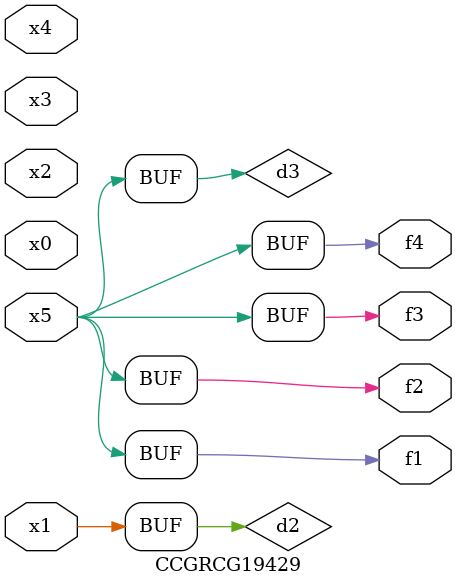
<source format=v>
module CCGRCG19429(
	input x0, x1, x2, x3, x4, x5,
	output f1, f2, f3, f4
);

	wire d1, d2, d3;

	not (d1, x5);
	or (d2, x1);
	xnor (d3, d1);
	assign f1 = d3;
	assign f2 = d3;
	assign f3 = d3;
	assign f4 = d3;
endmodule

</source>
